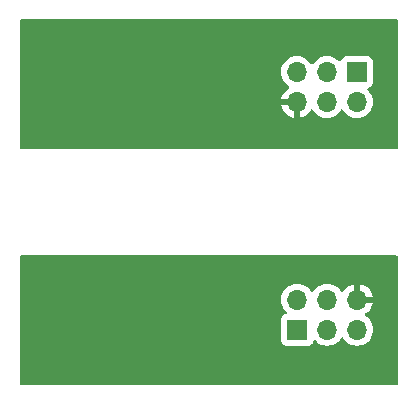
<source format=gbr>
%TF.GenerationSoftware,KiCad,Pcbnew,7.0.7*%
%TF.CreationDate,2023-10-21T18:00:54-07:00*%
%TF.ProjectId,DC32_Cnet_Badge_SAO,44433332-5f43-46e6-9574-5f4261646765,rev?*%
%TF.SameCoordinates,Original*%
%TF.FileFunction,Copper,L2,Bot*%
%TF.FilePolarity,Positive*%
%FSLAX46Y46*%
G04 Gerber Fmt 4.6, Leading zero omitted, Abs format (unit mm)*
G04 Created by KiCad (PCBNEW 7.0.7) date 2023-10-21 18:00:54*
%MOMM*%
%LPD*%
G01*
G04 APERTURE LIST*
%TA.AperFunction,ComponentPad*%
%ADD10R,1.700000X1.700000*%
%TD*%
%TA.AperFunction,ComponentPad*%
%ADD11O,1.700000X1.700000*%
%TD*%
G04 APERTURE END LIST*
D10*
%TO.P,J2,1,Pin_1*%
%TO.N,Net-(J2-Pin_1)*%
X163475000Y-95290000D03*
D11*
%TO.P,J2,2,Pin_2*%
%TO.N,unconnected-(J2-Pin_2-Pad2)*%
X163475000Y-92750000D03*
%TO.P,J2,3,Pin_3*%
%TO.N,unconnected-(J2-Pin_3-Pad3)*%
X166015000Y-95290000D03*
%TO.P,J2,4,Pin_4*%
%TO.N,unconnected-(J2-Pin_4-Pad4)*%
X166015000Y-92750000D03*
%TO.P,J2,5,Pin_5*%
%TO.N,Net-(J2-Pin_5)*%
X168555000Y-95290000D03*
%TO.P,J2,6,Pin_6*%
%TO.N,RGT GND*%
X168555000Y-92750000D03*
%TD*%
D10*
%TO.P,J1,1,Pin_1*%
%TO.N,Net-(J1-Pin_1)*%
X168525000Y-73460000D03*
D11*
%TO.P,J1,2,Pin_2*%
%TO.N,unconnected-(J1-Pin_2-Pad2)*%
X168525000Y-76000000D03*
%TO.P,J1,3,Pin_3*%
%TO.N,unconnected-(J1-Pin_3-Pad3)*%
X165985000Y-73460000D03*
%TO.P,J1,4,Pin_4*%
%TO.N,unconnected-(J1-Pin_4-Pad4)*%
X165985000Y-76000000D03*
%TO.P,J1,5,Pin_5*%
%TO.N,Net-(J1-Pin_5)*%
X163445000Y-73460000D03*
%TO.P,J1,6,Pin_6*%
%TO.N,LFT GND*%
X163445000Y-76000000D03*
%TD*%
%TA.AperFunction,Conductor*%
%TO.N,LFT GND*%
G36*
X171942539Y-69020185D02*
G01*
X171988294Y-69072989D01*
X171999500Y-69124500D01*
X171999500Y-79875500D01*
X171979815Y-79942539D01*
X171927011Y-79988294D01*
X171875500Y-79999500D01*
X140124500Y-79999500D01*
X140057461Y-79979815D01*
X140011706Y-79927011D01*
X140000500Y-79875500D01*
X140000500Y-73460000D01*
X162089341Y-73460000D01*
X162109936Y-73695403D01*
X162109938Y-73695413D01*
X162171094Y-73923655D01*
X162171096Y-73923659D01*
X162171097Y-73923663D01*
X162175000Y-73932032D01*
X162270965Y-74137830D01*
X162270967Y-74137834D01*
X162379281Y-74292521D01*
X162406501Y-74331396D01*
X162406506Y-74331402D01*
X162573597Y-74498493D01*
X162573603Y-74498498D01*
X162759594Y-74628730D01*
X162803219Y-74683307D01*
X162810413Y-74752805D01*
X162778890Y-74815160D01*
X162759595Y-74831880D01*
X162573922Y-74961890D01*
X162573920Y-74961891D01*
X162406891Y-75128920D01*
X162406886Y-75128926D01*
X162271400Y-75322420D01*
X162271399Y-75322422D01*
X162171570Y-75536507D01*
X162171567Y-75536513D01*
X162114364Y-75749999D01*
X162114364Y-75750000D01*
X162831653Y-75750000D01*
X162898692Y-75769685D01*
X162944447Y-75822489D01*
X162954391Y-75891647D01*
X162950631Y-75908933D01*
X162945000Y-75928111D01*
X162945000Y-76071888D01*
X162950631Y-76091067D01*
X162950630Y-76160936D01*
X162912855Y-76219714D01*
X162849299Y-76248738D01*
X162831653Y-76250000D01*
X162114364Y-76250000D01*
X162171567Y-76463486D01*
X162171570Y-76463492D01*
X162271399Y-76677578D01*
X162406894Y-76871082D01*
X162573917Y-77038105D01*
X162767421Y-77173600D01*
X162981507Y-77273429D01*
X162981516Y-77273433D01*
X163195000Y-77330634D01*
X163195000Y-76612301D01*
X163214685Y-76545262D01*
X163267489Y-76499507D01*
X163336647Y-76489563D01*
X163409237Y-76500000D01*
X163409238Y-76500000D01*
X163480762Y-76500000D01*
X163480763Y-76500000D01*
X163553353Y-76489563D01*
X163622512Y-76499507D01*
X163675315Y-76545262D01*
X163695000Y-76612301D01*
X163695000Y-77330633D01*
X163908483Y-77273433D01*
X163908492Y-77273429D01*
X164122578Y-77173600D01*
X164316082Y-77038105D01*
X164483105Y-76871082D01*
X164613119Y-76685405D01*
X164667696Y-76641781D01*
X164737195Y-76634588D01*
X164799549Y-76666110D01*
X164816269Y-76685405D01*
X164946505Y-76871401D01*
X165113599Y-77038495D01*
X165210384Y-77106264D01*
X165307165Y-77174032D01*
X165307167Y-77174033D01*
X165307170Y-77174035D01*
X165521337Y-77273903D01*
X165749592Y-77335063D01*
X165937918Y-77351539D01*
X165984999Y-77355659D01*
X165985000Y-77355659D01*
X165985001Y-77355659D01*
X166024234Y-77352226D01*
X166220408Y-77335063D01*
X166448663Y-77273903D01*
X166662830Y-77174035D01*
X166856401Y-77038495D01*
X167023495Y-76871401D01*
X167153424Y-76685842D01*
X167208002Y-76642217D01*
X167277500Y-76635023D01*
X167339855Y-76666546D01*
X167356575Y-76685842D01*
X167486500Y-76871395D01*
X167486505Y-76871401D01*
X167653599Y-77038495D01*
X167750384Y-77106264D01*
X167847165Y-77174032D01*
X167847167Y-77174033D01*
X167847170Y-77174035D01*
X168061337Y-77273903D01*
X168289592Y-77335063D01*
X168477918Y-77351539D01*
X168524999Y-77355659D01*
X168525000Y-77355659D01*
X168525001Y-77355659D01*
X168564234Y-77352226D01*
X168760408Y-77335063D01*
X168988663Y-77273903D01*
X169202830Y-77174035D01*
X169396401Y-77038495D01*
X169563495Y-76871401D01*
X169699035Y-76677830D01*
X169798903Y-76463663D01*
X169860063Y-76235408D01*
X169880659Y-76000000D01*
X169860063Y-75764592D01*
X169798903Y-75536337D01*
X169699035Y-75322171D01*
X169693730Y-75314595D01*
X169563496Y-75128600D01*
X169563490Y-75128594D01*
X169441567Y-75006671D01*
X169408084Y-74945351D01*
X169413068Y-74875659D01*
X169454939Y-74819725D01*
X169485915Y-74802810D01*
X169617331Y-74753796D01*
X169732546Y-74667546D01*
X169818796Y-74552331D01*
X169869091Y-74417483D01*
X169875500Y-74357873D01*
X169875499Y-72562128D01*
X169869091Y-72502517D01*
X169867810Y-72499083D01*
X169818797Y-72367671D01*
X169818793Y-72367664D01*
X169732547Y-72252455D01*
X169732544Y-72252452D01*
X169617335Y-72166206D01*
X169617328Y-72166202D01*
X169482482Y-72115908D01*
X169482483Y-72115908D01*
X169422883Y-72109501D01*
X169422881Y-72109500D01*
X169422873Y-72109500D01*
X169422864Y-72109500D01*
X167627129Y-72109500D01*
X167627123Y-72109501D01*
X167567516Y-72115908D01*
X167432671Y-72166202D01*
X167432664Y-72166206D01*
X167317455Y-72252452D01*
X167317452Y-72252455D01*
X167231206Y-72367664D01*
X167231203Y-72367669D01*
X167182189Y-72499083D01*
X167140317Y-72555016D01*
X167074853Y-72579433D01*
X167006580Y-72564581D01*
X166978326Y-72543430D01*
X166856402Y-72421506D01*
X166856395Y-72421501D01*
X166662834Y-72285967D01*
X166662830Y-72285965D01*
X166662828Y-72285964D01*
X166448663Y-72186097D01*
X166448659Y-72186096D01*
X166448655Y-72186094D01*
X166220413Y-72124938D01*
X166220403Y-72124936D01*
X165985001Y-72104341D01*
X165984999Y-72104341D01*
X165749596Y-72124936D01*
X165749586Y-72124938D01*
X165521344Y-72186094D01*
X165521335Y-72186098D01*
X165307171Y-72285964D01*
X165307169Y-72285965D01*
X165113597Y-72421505D01*
X164946505Y-72588597D01*
X164816575Y-72774158D01*
X164761998Y-72817783D01*
X164692500Y-72824977D01*
X164630145Y-72793454D01*
X164613425Y-72774158D01*
X164483494Y-72588597D01*
X164316402Y-72421506D01*
X164316395Y-72421501D01*
X164122834Y-72285967D01*
X164122830Y-72285965D01*
X164122828Y-72285964D01*
X163908663Y-72186097D01*
X163908659Y-72186096D01*
X163908655Y-72186094D01*
X163680413Y-72124938D01*
X163680403Y-72124936D01*
X163445001Y-72104341D01*
X163444999Y-72104341D01*
X163209596Y-72124936D01*
X163209586Y-72124938D01*
X162981344Y-72186094D01*
X162981335Y-72186098D01*
X162767171Y-72285964D01*
X162767169Y-72285965D01*
X162573597Y-72421505D01*
X162406505Y-72588597D01*
X162270965Y-72782169D01*
X162270964Y-72782171D01*
X162171098Y-72996335D01*
X162171094Y-72996344D01*
X162109938Y-73224586D01*
X162109936Y-73224596D01*
X162089341Y-73459999D01*
X162089341Y-73460000D01*
X140000500Y-73460000D01*
X140000500Y-69124500D01*
X140020185Y-69057461D01*
X140072989Y-69011706D01*
X140124500Y-69000500D01*
X171875500Y-69000500D01*
X171942539Y-69020185D01*
G37*
%TD.AperFunction*%
%TD*%
%TA.AperFunction,Conductor*%
%TO.N,RGT GND*%
G36*
X171942539Y-89020185D02*
G01*
X171988294Y-89072989D01*
X171999500Y-89124500D01*
X171999500Y-99875500D01*
X171979815Y-99942539D01*
X171927011Y-99988294D01*
X171875500Y-99999500D01*
X140124500Y-99999500D01*
X140057461Y-99979815D01*
X140011706Y-99927011D01*
X140000500Y-99875500D01*
X140000500Y-92750000D01*
X162119341Y-92750000D01*
X162139936Y-92985403D01*
X162139938Y-92985413D01*
X162201094Y-93213655D01*
X162201096Y-93213659D01*
X162201097Y-93213663D01*
X162281004Y-93385023D01*
X162300965Y-93427830D01*
X162300967Y-93427834D01*
X162409281Y-93582521D01*
X162436501Y-93621396D01*
X162436506Y-93621402D01*
X162558430Y-93743326D01*
X162591915Y-93804649D01*
X162586931Y-93874341D01*
X162545059Y-93930274D01*
X162514083Y-93947189D01*
X162382669Y-93996203D01*
X162382664Y-93996206D01*
X162267455Y-94082452D01*
X162267452Y-94082455D01*
X162181206Y-94197664D01*
X162181202Y-94197671D01*
X162130908Y-94332517D01*
X162124501Y-94392116D01*
X162124500Y-94392135D01*
X162124500Y-96187870D01*
X162124501Y-96187876D01*
X162130908Y-96247483D01*
X162181202Y-96382328D01*
X162181206Y-96382335D01*
X162267452Y-96497544D01*
X162267455Y-96497547D01*
X162382664Y-96583793D01*
X162382671Y-96583797D01*
X162517517Y-96634091D01*
X162517516Y-96634091D01*
X162524444Y-96634835D01*
X162577127Y-96640500D01*
X164372872Y-96640499D01*
X164432483Y-96634091D01*
X164567331Y-96583796D01*
X164682546Y-96497546D01*
X164768796Y-96382331D01*
X164817810Y-96250916D01*
X164859681Y-96194984D01*
X164925145Y-96170566D01*
X164993418Y-96185417D01*
X165021673Y-96206569D01*
X165143599Y-96328495D01*
X165240384Y-96396265D01*
X165337165Y-96464032D01*
X165337167Y-96464033D01*
X165337170Y-96464035D01*
X165551337Y-96563903D01*
X165779592Y-96625063D01*
X165956034Y-96640500D01*
X166014999Y-96645659D01*
X166015000Y-96645659D01*
X166015001Y-96645659D01*
X166073966Y-96640500D01*
X166250408Y-96625063D01*
X166478663Y-96563903D01*
X166692830Y-96464035D01*
X166886401Y-96328495D01*
X167053495Y-96161401D01*
X167183424Y-95975842D01*
X167238002Y-95932217D01*
X167307500Y-95925023D01*
X167369855Y-95956546D01*
X167386575Y-95975842D01*
X167516500Y-96161395D01*
X167516505Y-96161401D01*
X167683599Y-96328495D01*
X167780384Y-96396265D01*
X167877165Y-96464032D01*
X167877167Y-96464033D01*
X167877170Y-96464035D01*
X168091337Y-96563903D01*
X168319592Y-96625063D01*
X168496034Y-96640500D01*
X168554999Y-96645659D01*
X168555000Y-96645659D01*
X168555001Y-96645659D01*
X168613966Y-96640500D01*
X168790408Y-96625063D01*
X169018663Y-96563903D01*
X169232830Y-96464035D01*
X169426401Y-96328495D01*
X169593495Y-96161401D01*
X169729035Y-95967830D01*
X169828903Y-95753663D01*
X169890063Y-95525408D01*
X169910659Y-95290000D01*
X169890063Y-95054592D01*
X169828903Y-94826337D01*
X169729035Y-94612171D01*
X169723425Y-94604158D01*
X169593494Y-94418597D01*
X169426402Y-94251506D01*
X169426401Y-94251505D01*
X169240405Y-94121269D01*
X169196781Y-94066692D01*
X169189588Y-93997193D01*
X169221110Y-93934839D01*
X169240405Y-93918119D01*
X169426082Y-93788105D01*
X169593105Y-93621082D01*
X169728600Y-93427578D01*
X169828429Y-93213492D01*
X169828432Y-93213486D01*
X169885636Y-93000000D01*
X169168347Y-93000000D01*
X169101308Y-92980315D01*
X169055553Y-92927511D01*
X169045609Y-92858353D01*
X169049369Y-92841067D01*
X169055000Y-92821888D01*
X169055000Y-92678111D01*
X169049369Y-92658933D01*
X169049370Y-92589064D01*
X169087145Y-92530286D01*
X169150701Y-92501262D01*
X169168347Y-92500000D01*
X169885636Y-92500000D01*
X169885635Y-92499999D01*
X169828432Y-92286513D01*
X169828429Y-92286507D01*
X169728600Y-92072422D01*
X169728599Y-92072420D01*
X169593113Y-91878926D01*
X169593108Y-91878920D01*
X169426082Y-91711894D01*
X169232578Y-91576399D01*
X169018492Y-91476570D01*
X169018486Y-91476567D01*
X168805000Y-91419364D01*
X168805000Y-92137698D01*
X168785315Y-92204737D01*
X168732511Y-92250492D01*
X168663355Y-92260436D01*
X168590766Y-92250000D01*
X168590763Y-92250000D01*
X168519237Y-92250000D01*
X168519233Y-92250000D01*
X168446645Y-92260436D01*
X168377487Y-92250492D01*
X168324684Y-92204736D01*
X168305000Y-92137698D01*
X168305000Y-91419364D01*
X168304999Y-91419364D01*
X168091513Y-91476567D01*
X168091507Y-91476570D01*
X167877422Y-91576399D01*
X167877420Y-91576400D01*
X167683926Y-91711886D01*
X167683920Y-91711891D01*
X167516891Y-91878920D01*
X167516890Y-91878922D01*
X167386880Y-92064595D01*
X167332303Y-92108219D01*
X167262804Y-92115412D01*
X167200450Y-92083890D01*
X167183730Y-92064594D01*
X167053494Y-91878597D01*
X166886402Y-91711506D01*
X166886395Y-91711501D01*
X166692834Y-91575967D01*
X166692830Y-91575965D01*
X166692828Y-91575964D01*
X166478663Y-91476097D01*
X166478659Y-91476096D01*
X166478655Y-91476094D01*
X166250413Y-91414938D01*
X166250403Y-91414936D01*
X166015001Y-91394341D01*
X166014999Y-91394341D01*
X165779596Y-91414936D01*
X165779586Y-91414938D01*
X165551344Y-91476094D01*
X165551335Y-91476098D01*
X165337171Y-91575964D01*
X165337169Y-91575965D01*
X165143597Y-91711505D01*
X164976505Y-91878597D01*
X164846575Y-92064158D01*
X164791998Y-92107783D01*
X164722500Y-92114977D01*
X164660145Y-92083454D01*
X164643425Y-92064158D01*
X164513494Y-91878597D01*
X164346402Y-91711506D01*
X164346395Y-91711501D01*
X164152834Y-91575967D01*
X164152830Y-91575965D01*
X164152828Y-91575964D01*
X163938663Y-91476097D01*
X163938659Y-91476096D01*
X163938655Y-91476094D01*
X163710413Y-91414938D01*
X163710403Y-91414936D01*
X163475001Y-91394341D01*
X163474999Y-91394341D01*
X163239596Y-91414936D01*
X163239586Y-91414938D01*
X163011344Y-91476094D01*
X163011335Y-91476098D01*
X162797171Y-91575964D01*
X162797169Y-91575965D01*
X162603597Y-91711505D01*
X162436505Y-91878597D01*
X162300965Y-92072169D01*
X162300964Y-92072171D01*
X162201098Y-92286335D01*
X162201094Y-92286344D01*
X162139938Y-92514586D01*
X162139936Y-92514596D01*
X162119341Y-92749999D01*
X162119341Y-92750000D01*
X140000500Y-92750000D01*
X140000500Y-89124500D01*
X140020185Y-89057461D01*
X140072989Y-89011706D01*
X140124500Y-89000500D01*
X171875500Y-89000500D01*
X171942539Y-89020185D01*
G37*
%TD.AperFunction*%
%TD*%
M02*

</source>
